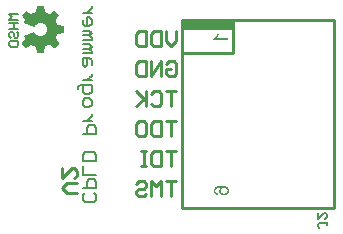
<source format=gbo>
G04*
G04 #@! TF.GenerationSoftware,Altium Limited,Altium Designer,19.1.8 (144)*
G04*
G04 Layer_Color=32896*
%FSLAX25Y25*%
%MOIN*%
G70*
G01*
G75*
%ADD15C,0.00500*%
%ADD17C,0.01000*%
%ADD18C,0.00700*%
%ADD56C,0.00800*%
%ADD57R,0.16885X0.03200*%
G36*
X71314Y-23704D02*
X71530Y-23721D01*
X71729Y-23742D01*
X71912Y-23776D01*
X72077Y-23810D01*
X72230Y-23853D01*
X72365Y-23895D01*
X72484Y-23942D01*
X72590Y-23984D01*
X72679Y-24026D01*
X72755Y-24069D01*
X72819Y-24103D01*
X72866Y-24137D01*
X72900Y-24158D01*
X72917Y-24175D01*
X72925Y-24179D01*
X73023Y-24272D01*
X73112Y-24370D01*
X73184Y-24472D01*
X73247Y-24573D01*
X73303Y-24679D01*
X73349Y-24781D01*
X73383Y-24883D01*
X73413Y-24981D01*
X73438Y-25069D01*
X73455Y-25154D01*
X73468Y-25231D01*
X73476Y-25294D01*
X73481Y-25349D01*
X73485Y-25387D01*
Y-25421D01*
X73481Y-25502D01*
X73476Y-25583D01*
X73451Y-25735D01*
X73434Y-25803D01*
X73417Y-25871D01*
X73400Y-25930D01*
X73379Y-25985D01*
X73358Y-26036D01*
X73341Y-26083D01*
X73324Y-26125D01*
X73307Y-26155D01*
X73294Y-26185D01*
X73281Y-26202D01*
X73277Y-26214D01*
X73273Y-26219D01*
X73230Y-26282D01*
X73184Y-26342D01*
X73086Y-26456D01*
X72984Y-26549D01*
X72887Y-26630D01*
X72840Y-26664D01*
X72798Y-26689D01*
X72760Y-26715D01*
X72726Y-26736D01*
X72700Y-26753D01*
X72679Y-26765D01*
X72667Y-26770D01*
X72662Y-26774D01*
X72586Y-26808D01*
X72510Y-26842D01*
X72357Y-26893D01*
X72209Y-26927D01*
X72141Y-26939D01*
X72077Y-26952D01*
X72018Y-26961D01*
X71963Y-26969D01*
X71912Y-26973D01*
X71874D01*
X71840Y-26978D01*
X71814D01*
X71797D01*
X71793D01*
X71662Y-26973D01*
X71539Y-26961D01*
X71424Y-26939D01*
X71314Y-26910D01*
X71212Y-26876D01*
X71115Y-26842D01*
X71030Y-26804D01*
X70949Y-26761D01*
X70877Y-26723D01*
X70814Y-26681D01*
X70763Y-26647D01*
X70716Y-26613D01*
X70682Y-26583D01*
X70657Y-26562D01*
X70640Y-26549D01*
X70635Y-26545D01*
X70555Y-26465D01*
X70487Y-26380D01*
X70428Y-26291D01*
X70377Y-26202D01*
X70330Y-26117D01*
X70296Y-26028D01*
X70267Y-25947D01*
X70241Y-25867D01*
X70224Y-25795D01*
X70211Y-25727D01*
X70199Y-25663D01*
X70195Y-25612D01*
X70190Y-25570D01*
X70186Y-25536D01*
Y-25510D01*
X70195Y-25383D01*
X70211Y-25260D01*
X70237Y-25146D01*
X70267Y-25044D01*
X70284Y-25002D01*
X70301Y-24959D01*
X70313Y-24925D01*
X70326Y-24896D01*
X70335Y-24874D01*
X70343Y-24853D01*
X70351Y-24845D01*
Y-24841D01*
X70419Y-24726D01*
X70496Y-24624D01*
X70580Y-24531D01*
X70661Y-24455D01*
X70733Y-24391D01*
X70763Y-24366D01*
X70792Y-24344D01*
X70814Y-24328D01*
X70831Y-24315D01*
X70843Y-24311D01*
X70847Y-24306D01*
X70712Y-24311D01*
X70585Y-24315D01*
X70466Y-24323D01*
X70356Y-24336D01*
X70254Y-24349D01*
X70161Y-24361D01*
X70072Y-24378D01*
X69995Y-24391D01*
X69927Y-24408D01*
X69868Y-24425D01*
X69817Y-24438D01*
X69779Y-24451D01*
X69745Y-24459D01*
X69720Y-24467D01*
X69707Y-24476D01*
X69703D01*
X69631Y-24510D01*
X69559Y-24544D01*
X69495Y-24578D01*
X69436Y-24616D01*
X69380Y-24654D01*
X69330Y-24692D01*
X69283Y-24730D01*
X69240Y-24764D01*
X69207Y-24798D01*
X69177Y-24828D01*
X69147Y-24858D01*
X69126Y-24883D01*
X69109Y-24900D01*
X69096Y-24917D01*
X69092Y-24925D01*
X69088Y-24930D01*
X69033Y-25014D01*
X68990Y-25103D01*
X68961Y-25188D01*
X68944Y-25269D01*
X68931Y-25337D01*
X68927Y-25366D01*
Y-25392D01*
X68923Y-25413D01*
Y-25443D01*
X68927Y-25510D01*
X68935Y-25574D01*
X68948Y-25633D01*
X68965Y-25689D01*
X69007Y-25795D01*
X69054Y-25879D01*
X69079Y-25918D01*
X69101Y-25951D01*
X69126Y-25981D01*
X69143Y-26007D01*
X69160Y-26024D01*
X69173Y-26036D01*
X69181Y-26045D01*
X69185Y-26049D01*
X69219Y-26074D01*
X69253Y-26100D01*
X69334Y-26147D01*
X69419Y-26189D01*
X69503Y-26223D01*
X69580Y-26248D01*
X69614Y-26257D01*
X69643Y-26265D01*
X69669Y-26274D01*
X69686Y-26278D01*
X69699Y-26282D01*
X69703D01*
X69656Y-26888D01*
X69550Y-26871D01*
X69453Y-26846D01*
X69359Y-26821D01*
X69270Y-26787D01*
X69190Y-26749D01*
X69118Y-26715D01*
X69050Y-26672D01*
X68986Y-26634D01*
X68935Y-26596D01*
X68889Y-26562D01*
X68846Y-26528D01*
X68812Y-26498D01*
X68787Y-26473D01*
X68770Y-26456D01*
X68757Y-26443D01*
X68753Y-26439D01*
X68694Y-26367D01*
X68643Y-26291D01*
X68600Y-26210D01*
X68562Y-26129D01*
X68528Y-26049D01*
X68503Y-25973D01*
X68482Y-25892D01*
X68465Y-25820D01*
X68452Y-25748D01*
X68439Y-25684D01*
X68431Y-25625D01*
X68427Y-25574D01*
X68422Y-25532D01*
Y-25477D01*
X68427Y-25332D01*
X68448Y-25197D01*
X68473Y-25069D01*
X68511Y-24951D01*
X68554Y-24841D01*
X68600Y-24739D01*
X68651Y-24645D01*
X68706Y-24561D01*
X68757Y-24484D01*
X68812Y-24417D01*
X68859Y-24361D01*
X68901Y-24315D01*
X68940Y-24277D01*
X68965Y-24251D01*
X68982Y-24234D01*
X68990Y-24230D01*
X69054Y-24183D01*
X69122Y-24137D01*
X69266Y-24056D01*
X69427Y-23984D01*
X69592Y-23925D01*
X69766Y-23874D01*
X69940Y-23831D01*
X70110Y-23793D01*
X70279Y-23768D01*
X70441Y-23742D01*
X70593Y-23730D01*
X70661Y-23721D01*
X70729Y-23717D01*
X70788Y-23713D01*
X70847Y-23708D01*
X70898Y-23704D01*
X70945D01*
X70983D01*
X71017Y-23700D01*
X71043D01*
X71064D01*
X71077D01*
X71081D01*
X71199D01*
X71314Y-23704D01*
D02*
G37*
G36*
X70016Y26594D02*
X69965Y26484D01*
X69914Y26378D01*
X69863Y26276D01*
X69838Y26234D01*
X69816Y26191D01*
X69795Y26153D01*
X69778Y26123D01*
X69766Y26098D01*
X69753Y26081D01*
X69749Y26068D01*
X69744Y26064D01*
X69664Y25937D01*
X69587Y25822D01*
X69520Y25725D01*
X69456Y25640D01*
X69426Y25606D01*
X69401Y25576D01*
X69380Y25551D01*
X69359Y25526D01*
X69346Y25509D01*
X69333Y25496D01*
X69329Y25492D01*
X69325Y25487D01*
X73200D01*
Y24877D01*
X68222D01*
Y25271D01*
X68282Y25305D01*
X68345Y25339D01*
X68464Y25424D01*
X68574Y25513D01*
X68676Y25602D01*
X68723Y25644D01*
X68761Y25682D01*
X68799Y25721D01*
X68829Y25750D01*
X68854Y25776D01*
X68871Y25797D01*
X68884Y25810D01*
X68888Y25814D01*
X69011Y25962D01*
X69121Y26111D01*
X69219Y26259D01*
X69265Y26331D01*
X69303Y26399D01*
X69342Y26463D01*
X69375Y26518D01*
X69401Y26569D01*
X69426Y26615D01*
X69443Y26649D01*
X69456Y26679D01*
X69465Y26696D01*
X69469Y26700D01*
X70058D01*
X70016Y26594D01*
D02*
G37*
G36*
X11667Y36178D02*
X11688Y36156D01*
X11710Y36112D01*
X12039Y34227D01*
Y34205D01*
X12061Y34183D01*
X12083Y34139D01*
X12127Y34074D01*
X13486Y33526D01*
X13508D01*
X13574D01*
X13596D01*
X13617D01*
X13639D01*
X15283Y34644D01*
X15305D01*
X15349D01*
X15371D01*
X15437D01*
X16796Y33219D01*
X16818Y33175D01*
X16840Y33087D01*
X15678Y31443D01*
Y31290D01*
X16226Y29975D01*
Y29953D01*
X16248Y29931D01*
X16270Y29909D01*
X16335Y29887D01*
X18308Y29493D01*
X18330D01*
X18374Y29471D01*
X18396Y29449D01*
X18418Y29405D01*
Y27410D01*
X18396Y27366D01*
X18374Y27344D01*
X18308Y27322D01*
X16335Y26950D01*
X16314D01*
X16292Y26928D01*
X16248Y26906D01*
X16226Y26862D01*
X15678Y25525D01*
Y25393D01*
X16840Y23749D01*
Y23684D01*
X16818Y23640D01*
X16796Y23596D01*
X15437Y22193D01*
X15415D01*
X15349D01*
X15327D01*
X15283D01*
X13639Y23311D01*
X13617D01*
X13574D01*
X13552D01*
X13486D01*
X12127Y22697D01*
X12105D01*
X12083Y22675D01*
X12061Y22653D01*
X12039Y22610D01*
X11710Y20725D01*
Y20703D01*
X11688Y20681D01*
X11667Y20659D01*
X11601Y20637D01*
X9628D01*
X9606D01*
X9584D01*
X9540Y20681D01*
X9518Y20725D01*
X9146Y22566D01*
Y22610D01*
X9102Y22632D01*
X9058Y22653D01*
X7589Y23267D01*
X7568D01*
X7524D01*
X7502D01*
X7458D01*
X5880Y22193D01*
X5836D01*
X5814D01*
X5792D01*
X4389Y23596D01*
X4367Y23618D01*
Y23640D01*
X4345Y23706D01*
X4389Y23749D01*
X5419Y25262D01*
Y25393D01*
X5047Y26051D01*
Y26095D01*
X5069Y26139D01*
X5091Y26161D01*
X8444Y27564D01*
X8466D01*
X8488D01*
X8576Y27520D01*
X8685Y27322D01*
X8707Y27301D01*
X8729Y27279D01*
X8773Y27235D01*
Y27213D01*
X8795Y27191D01*
X8883Y27081D01*
X9014Y26928D01*
X9211Y26730D01*
X9475Y26555D01*
X9781Y26402D01*
X10154Y26292D01*
X10351Y26248D01*
X10571D01*
X10614D01*
X10724D01*
X10899Y26270D01*
X11119Y26336D01*
X11360Y26402D01*
X11623Y26511D01*
X11886Y26665D01*
X12127Y26884D01*
X12149Y26906D01*
X12236Y26994D01*
X12346Y27125D01*
X12456Y27301D01*
X12587Y27520D01*
X12675Y27783D01*
X12763Y28090D01*
X12785Y28418D01*
Y28572D01*
X12741Y28725D01*
X12697Y28945D01*
X12631Y29186D01*
X12500Y29449D01*
X12346Y29712D01*
X12127Y29953D01*
X12105Y29975D01*
X12017Y30040D01*
X11886Y30150D01*
X11688Y30260D01*
X11469Y30391D01*
X11206Y30479D01*
X10899Y30567D01*
X10571Y30588D01*
X10549D01*
X10527D01*
X10461D01*
X10373Y30567D01*
X10154Y30545D01*
X9891Y30457D01*
X9606Y30347D01*
X9299Y30172D01*
X9014Y29931D01*
X8883Y29777D01*
X8773Y29602D01*
X8751Y29580D01*
X8707Y29536D01*
Y29514D01*
X8685Y29493D01*
X8576Y29317D01*
X8554Y29295D01*
X8444Y29273D01*
X5091Y30632D01*
X5069Y30676D01*
X5047Y30720D01*
Y30786D01*
X5419Y31443D01*
Y31575D01*
X4389Y33087D01*
X4367D01*
Y33131D01*
X4345Y33175D01*
X4389Y33219D01*
X5792Y34644D01*
X5836D01*
X5858D01*
X5880D01*
X7458Y33570D01*
X7480D01*
X7524D01*
X7546D01*
X7589D01*
X9058Y34183D01*
X9080D01*
X9102D01*
X9124Y34227D01*
X9146Y34271D01*
X9518Y36112D01*
Y36134D01*
X9540Y36156D01*
X9562Y36178D01*
X9628Y36200D01*
X11601D01*
X11623D01*
X11667Y36178D01*
D02*
G37*
%LPC*%
G36*
X71827Y-24400D02*
X71810D01*
X71802D01*
X71797D01*
X71708Y-24404D01*
X71628Y-24412D01*
X71547Y-24425D01*
X71475Y-24446D01*
X71403Y-24467D01*
X71339Y-24489D01*
X71284Y-24514D01*
X71229Y-24544D01*
X71183Y-24569D01*
X71140Y-24595D01*
X71106Y-24616D01*
X71077Y-24641D01*
X71051Y-24658D01*
X71034Y-24671D01*
X71026Y-24679D01*
X71021Y-24684D01*
X70970Y-24739D01*
X70924Y-24798D01*
X70886Y-24858D01*
X70847Y-24917D01*
X70822Y-24972D01*
X70797Y-25031D01*
X70775Y-25087D01*
X70763Y-25142D01*
X70750Y-25192D01*
X70741Y-25239D01*
X70733Y-25277D01*
X70729Y-25315D01*
X70724Y-25345D01*
Y-25383D01*
X70729Y-25460D01*
X70737Y-25532D01*
X70750Y-25604D01*
X70771Y-25667D01*
X70792Y-25731D01*
X70818Y-25786D01*
X70843Y-25837D01*
X70873Y-25888D01*
X70898Y-25930D01*
X70928Y-25968D01*
X70954Y-25998D01*
X70975Y-26024D01*
X70996Y-26045D01*
X71009Y-26062D01*
X71017Y-26070D01*
X71021Y-26074D01*
X71081Y-26121D01*
X71140Y-26163D01*
X71208Y-26202D01*
X71272Y-26235D01*
X71339Y-26261D01*
X71407Y-26282D01*
X71539Y-26316D01*
X71598Y-26329D01*
X71653Y-26337D01*
X71704Y-26342D01*
X71746Y-26346D01*
X71780Y-26350D01*
X71810D01*
X71827D01*
X71831D01*
X71929Y-26346D01*
X72022Y-26337D01*
X72107Y-26325D01*
X72187Y-26308D01*
X72264Y-26286D01*
X72332Y-26261D01*
X72395Y-26235D01*
X72455Y-26210D01*
X72505Y-26185D01*
X72548Y-26159D01*
X72586Y-26134D01*
X72620Y-26113D01*
X72641Y-26096D01*
X72662Y-26083D01*
X72671Y-26074D01*
X72675Y-26070D01*
X72730Y-26019D01*
X72777Y-25964D01*
X72819Y-25905D01*
X72853Y-25850D01*
X72883Y-25795D01*
X72908Y-25739D01*
X72929Y-25689D01*
X72946Y-25638D01*
X72959Y-25587D01*
X72967Y-25544D01*
X72976Y-25506D01*
X72980Y-25472D01*
Y-25447D01*
X72984Y-25426D01*
Y-25409D01*
X72976Y-25311D01*
X72959Y-25218D01*
X72938Y-25129D01*
X72908Y-25053D01*
X72883Y-24989D01*
X72870Y-24963D01*
X72857Y-24942D01*
X72849Y-24925D01*
X72840Y-24913D01*
X72836Y-24904D01*
Y-24900D01*
X72773Y-24815D01*
X72705Y-24743D01*
X72633Y-24679D01*
X72561Y-24629D01*
X72497Y-24586D01*
X72471Y-24569D01*
X72446Y-24556D01*
X72425Y-24544D01*
X72412Y-24535D01*
X72404Y-24531D01*
X72399D01*
X72289Y-24489D01*
X72183Y-24455D01*
X72081Y-24433D01*
X71988Y-24417D01*
X71950Y-24412D01*
X71912Y-24408D01*
X71878Y-24404D01*
X71852D01*
X71827Y-24400D01*
D02*
G37*
%LPD*%
D15*
X105999Y-35701D02*
Y-36700D01*
Y-36200D01*
X103500D01*
X103000Y-36700D01*
Y-37200D01*
X103500Y-37700D01*
X103000Y-32702D02*
Y-34701D01*
X104999Y-32702D01*
X105499D01*
X105999Y-33201D01*
Y-34201D01*
X105499Y-34701D01*
D17*
X57815Y-31100D02*
Y31400D01*
Y-31100D02*
X108400Y-31100D01*
Y31400D01*
X57815D02*
X108400D01*
X57815Y20500D02*
X74900D01*
Y31400D01*
X55800Y27698D02*
Y24366D01*
X54134Y22700D01*
X52468Y24366D01*
Y27698D01*
X50802D02*
Y22700D01*
X48302D01*
X47469Y23533D01*
Y26865D01*
X48302Y27698D01*
X50802D01*
X45803D02*
Y22700D01*
X43304D01*
X42471Y23533D01*
Y26865D01*
X43304Y27698D01*
X45803D01*
X52468Y16865D02*
X53301Y17698D01*
X54967D01*
X55800Y16865D01*
Y13533D01*
X54967Y12700D01*
X53301D01*
X52468Y13533D01*
Y15199D01*
X54134D01*
X50802Y12700D02*
Y17698D01*
X47469Y12700D01*
Y17698D01*
X45803D02*
Y12700D01*
X43304D01*
X42471Y13533D01*
Y16865D01*
X43304Y17698D01*
X45803D01*
X55800Y7698D02*
X52468D01*
X54134D01*
Y2700D01*
X47469Y6865D02*
X48302Y7698D01*
X49969D01*
X50802Y6865D01*
Y3533D01*
X49969Y2700D01*
X48302D01*
X47469Y3533D01*
X45803Y7698D02*
Y2700D01*
Y4366D01*
X42471Y7698D01*
X44970Y5199D01*
X42471Y2700D01*
X55800Y-2302D02*
X52468D01*
X54134D01*
Y-7300D01*
X50802Y-2302D02*
Y-7300D01*
X48302D01*
X47469Y-6467D01*
Y-3135D01*
X48302Y-2302D01*
X50802D01*
X43304D02*
X44970D01*
X45803Y-3135D01*
Y-6467D01*
X44970Y-7300D01*
X43304D01*
X42471Y-6467D01*
Y-3135D01*
X43304Y-2302D01*
X55800Y-12302D02*
X52468D01*
X54134D01*
Y-17300D01*
X50802Y-12302D02*
Y-17300D01*
X48302D01*
X47469Y-16467D01*
Y-13135D01*
X48302Y-12302D01*
X50802D01*
X45803D02*
X44137D01*
X44970D01*
Y-17300D01*
X45803D01*
X44137D01*
X55800Y-22302D02*
X52468D01*
X54134D01*
Y-27300D01*
X50802D02*
Y-22302D01*
X49136Y-23968D01*
X47469Y-22302D01*
Y-27300D01*
X42471Y-23135D02*
X43304Y-22302D01*
X44970D01*
X45803Y-23135D01*
Y-23968D01*
X44970Y-24801D01*
X43304D01*
X42471Y-25634D01*
Y-26467D01*
X43304Y-27300D01*
X44970D01*
X45803Y-26467D01*
X22698Y-26300D02*
X19366D01*
X17700Y-24634D01*
X19366Y-22968D01*
X22698D01*
X17700Y-17969D02*
Y-21302D01*
X21032Y-17969D01*
X21865D01*
X22698Y-18802D01*
Y-20469D01*
X21865Y-21302D01*
D18*
X3199Y24100D02*
Y23100D01*
X2699Y22600D01*
X700D01*
X200Y23100D01*
Y24100D01*
X700Y24599D01*
X2699D01*
X3199Y24100D01*
X2699Y27598D02*
X3199Y27099D01*
Y26099D01*
X2699Y25599D01*
X2199D01*
X1699Y26099D01*
Y27099D01*
X1200Y27598D01*
X700D01*
X200Y27099D01*
Y26099D01*
X700Y25599D01*
X3199Y28598D02*
X200D01*
X1699D01*
Y30597D01*
X3199D01*
X200D01*
X3199Y31597D02*
X200D01*
X1200Y32597D01*
X200Y33596D01*
X3199D01*
D56*
X28449Y-26101D02*
X29199Y-26851D01*
Y-28350D01*
X28449Y-29100D01*
X25450D01*
X24700Y-28350D01*
Y-26851D01*
X25450Y-26101D01*
X24700Y-24601D02*
X29199D01*
Y-22352D01*
X28449Y-21602D01*
X26949D01*
X26199Y-22352D01*
Y-24601D01*
X29199Y-20103D02*
X24700D01*
Y-17104D01*
X29199Y-15604D02*
X24700D01*
Y-13355D01*
X25450Y-12605D01*
X28449D01*
X29199Y-13355D01*
Y-15604D01*
X24700Y-6607D02*
X29199D01*
Y-4358D01*
X28449Y-3608D01*
X26949D01*
X26199Y-4358D01*
Y-6607D01*
X27699Y-2109D02*
X24700D01*
X26199D01*
X26949Y-1359D01*
X27699Y-609D01*
Y141D01*
X24700Y3140D02*
Y4639D01*
X25450Y5389D01*
X26949D01*
X27699Y4639D01*
Y3140D01*
X26949Y2390D01*
X25450D01*
X24700Y3140D01*
X23201Y8388D02*
Y9138D01*
X23950Y9887D01*
X27699D01*
Y7638D01*
X26949Y6888D01*
X25450D01*
X24700Y7638D01*
Y9887D01*
X27699Y11387D02*
X24700D01*
X26199D01*
X26949Y12137D01*
X27699Y12887D01*
Y13636D01*
Y16635D02*
Y18135D01*
X26949Y18884D01*
X24700D01*
Y16635D01*
X25450Y15886D01*
X26199Y16635D01*
Y18884D01*
X24700Y20384D02*
X27699D01*
Y21134D01*
X26949Y21884D01*
X24700D01*
X26949D01*
X27699Y22633D01*
X26949Y23383D01*
X24700D01*
Y24883D02*
X27699D01*
Y25632D01*
X26949Y26382D01*
X24700D01*
X26949D01*
X27699Y27132D01*
X26949Y27882D01*
X24700D01*
Y31630D02*
Y30131D01*
X25450Y29381D01*
X26949D01*
X27699Y30131D01*
Y31630D01*
X26949Y32380D01*
X26199D01*
Y29381D01*
X27699Y33880D02*
X24700D01*
X26199D01*
X26949Y34629D01*
X27699Y35379D01*
Y36129D01*
D57*
X66257Y29800D02*
D03*
M02*

</source>
